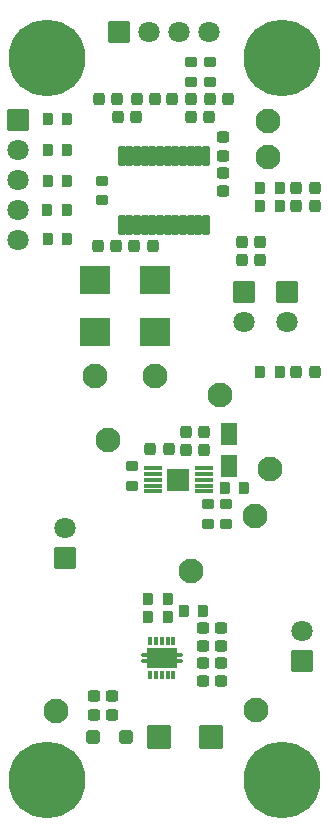
<source format=gbr>
%TF.GenerationSoftware,KiCad,Pcbnew,9.0.7+1*%
%TF.CreationDate,Date%
%TF.ProjectId,Cellule_de_force_V2,43656c6c-756c-4655-9f64-655f666f7263,+ (Unreleased)*%
%TF.SameCoordinates,Original*%
%TF.FileFunction,Soldermask,Top*%
%TF.FilePolarity,Negative*%
%FSLAX46Y46*%
G04 Gerber Fmt 4.6, Leading zero omitted, Abs format (unit mm)*
G04 Created by KiCad*
%MOMM*%
%LPD*%
G01*
G04 APERTURE LIST*
G04 Aperture macros list*
%AMRoundRect*
0 Rectangle with rounded corners*
0 $1 Rounding radius*
0 $2 $3 $4 $5 $6 $7 $8 $9 X,Y pos of 4 corners*
0 Add a 4 corners polygon primitive as box body*
4,1,4,$2,$3,$4,$5,$6,$7,$8,$9,$2,$3,0*
0 Add four circle primitives for the rounded corners*
1,1,$1+$1,$2,$3*
1,1,$1+$1,$4,$5*
1,1,$1+$1,$6,$7*
1,1,$1+$1,$8,$9*
0 Add four rect primitives between the rounded corners*
20,1,$1+$1,$2,$3,$4,$5,0*
20,1,$1+$1,$4,$5,$6,$7,0*
20,1,$1+$1,$6,$7,$8,$9,0*
20,1,$1+$1,$8,$9,$2,$3,0*%
G04 Aperture macros list end*
%ADD10RoundRect,0.250000X0.250000X0.275000X-0.250000X0.275000X-0.250000X-0.275000X0.250000X-0.275000X0*%
%ADD11RoundRect,0.243750X0.243750X0.281250X-0.243750X0.281250X-0.243750X-0.281250X0.243750X-0.281250X0*%
%ADD12C,2.100000*%
%ADD13RoundRect,0.250000X-0.250000X-0.275000X0.250000X-0.275000X0.250000X0.275000X-0.250000X0.275000X0*%
%ADD14C,0.900000*%
%ADD15C,6.500000*%
%ADD16R,1.830000X1.890000*%
%ADD17RoundRect,0.100000X-0.675000X-0.100000X0.675000X-0.100000X0.675000X0.100000X-0.675000X0.100000X0*%
%ADD18RoundRect,0.250000X-0.275000X0.250000X-0.275000X-0.250000X0.275000X-0.250000X0.275000X0.250000X0*%
%ADD19RoundRect,0.050000X0.850000X0.850000X-0.850000X0.850000X-0.850000X-0.850000X0.850000X-0.850000X0*%
%ADD20C,1.800000*%
%ADD21RoundRect,0.225000X-0.225000X-0.300000X0.225000X-0.300000X0.225000X0.300000X-0.225000X0.300000X0*%
%ADD22RoundRect,0.050000X-0.850000X-0.850000X0.850000X-0.850000X0.850000X0.850000X-0.850000X0.850000X0*%
%ADD23RoundRect,0.250000X0.275000X-0.250000X0.275000X0.250000X-0.275000X0.250000X-0.275000X-0.250000X0*%
%ADD24RoundRect,0.225000X0.225000X0.300000X-0.225000X0.300000X-0.225000X-0.300000X0.225000X-0.300000X0*%
%ADD25RoundRect,0.225000X-0.300000X0.225000X-0.300000X-0.225000X0.300000X-0.225000X0.300000X0.225000X0*%
%ADD26RoundRect,0.272727X-0.327273X-0.327273X0.327273X-0.327273X0.327273X0.327273X-0.327273X0.327273X0*%
%ADD27RoundRect,0.050000X1.200000X-1.150000X1.200000X1.150000X-1.200000X1.150000X-1.200000X-1.150000X0*%
%ADD28RoundRect,0.050000X0.650000X0.850000X-0.650000X0.850000X-0.650000X-0.850000X0.650000X-0.850000X0*%
%ADD29RoundRect,0.050000X0.850000X-0.850000X0.850000X0.850000X-0.850000X0.850000X-0.850000X-0.850000X0*%
%ADD30RoundRect,0.050000X-0.120000X-0.300000X0.120000X-0.300000X0.120000X0.300000X-0.120000X0.300000X0*%
%ADD31RoundRect,0.050000X-1.200000X0.825000X-1.200000X-0.825000X1.200000X-0.825000X1.200000X0.825000X0*%
%ADD32RoundRect,0.050000X-0.250000X0.125000X-0.250000X-0.125000X0.250000X-0.125000X0.250000X0.125000X0*%
%ADD33RoundRect,0.225000X0.300000X-0.225000X0.300000X0.225000X-0.300000X0.225000X-0.300000X-0.225000X0*%
%ADD34RoundRect,0.050000X-0.925000X-0.950000X0.925000X-0.950000X0.925000X0.950000X-0.925000X0.950000X0*%
%ADD35RoundRect,0.102000X0.225000X-0.725000X0.225000X0.725000X-0.225000X0.725000X-0.225000X-0.725000X0*%
G04 APERTURE END LIST*
D10*
%TO.C,C15*%
X151940000Y-110460000D03*
X150390000Y-110460000D03*
%TD*%
D11*
%TO.C,D2*%
X161275000Y-91300000D03*
X159700000Y-91300000D03*
%TD*%
D12*
%TO.C,TP17*%
X157500000Y-113600000D03*
%TD*%
D13*
%TO.C,C16*%
X147375000Y-111900000D03*
X148925000Y-111900000D03*
%TD*%
D14*
%TO.C,H4*%
X156100000Y-139900000D03*
X156802944Y-138202944D03*
X156802944Y-141597056D03*
X158500000Y-137500000D03*
D15*
X158500000Y-139900000D03*
D14*
X158500000Y-142300000D03*
X160197056Y-138202944D03*
X160197056Y-141597056D03*
X160900000Y-139900000D03*
%TD*%
D16*
%TO.C,U2*%
X149750000Y-114500000D03*
D17*
X147600000Y-113500000D03*
X147600000Y-114000000D03*
X147600000Y-114500000D03*
X147600000Y-115000000D03*
X147600000Y-115500000D03*
X151900000Y-115500000D03*
X151900000Y-115000000D03*
X151900000Y-114500000D03*
X151900000Y-114000000D03*
X151900000Y-113500000D03*
%TD*%
D18*
%TO.C,C3*%
X153500000Y-85525000D03*
X153500000Y-87075000D03*
%TD*%
D19*
%TO.C,J2*%
X140100000Y-121175000D03*
D20*
X140100000Y-118635000D03*
%TD*%
D10*
%TO.C,C5*%
X146175000Y-83800000D03*
X144625000Y-83800000D03*
%TD*%
D21*
%TO.C,R10*%
X156662500Y-89800000D03*
X158312500Y-89800000D03*
%TD*%
D10*
%TO.C,C13*%
X151940000Y-111970000D03*
X150390000Y-111970000D03*
%TD*%
D22*
%TO.C,J4*%
X158900000Y-98625000D03*
D20*
X158900000Y-101165000D03*
%TD*%
D23*
%TO.C,C22*%
X151825000Y-131575000D03*
X151825000Y-130025000D03*
%TD*%
D10*
%TO.C,C9*%
X144575000Y-82300000D03*
X143025000Y-82300000D03*
%TD*%
D21*
%TO.C,R7*%
X138675000Y-86600000D03*
X140325000Y-86600000D03*
%TD*%
D23*
%TO.C,C19*%
X144100000Y-134400000D03*
X144100000Y-132850000D03*
%TD*%
D24*
%TO.C,R16*%
X158325000Y-105400000D03*
X156675000Y-105400000D03*
%TD*%
D21*
%TO.C,R3*%
X138675000Y-89200000D03*
X140325000Y-89200000D03*
%TD*%
D22*
%TO.C,J3*%
X155300000Y-98600000D03*
D20*
X155300000Y-101140000D03*
%TD*%
D10*
%TO.C,C7*%
X147775000Y-82300000D03*
X146225000Y-82300000D03*
%TD*%
D23*
%TO.C,C4*%
X153500000Y-90075000D03*
X153500000Y-88525000D03*
%TD*%
D18*
%TO.C,C17*%
X151825000Y-127050000D03*
X151825000Y-128600000D03*
%TD*%
D13*
%TO.C,C11*%
X146025000Y-94700000D03*
X147575000Y-94700000D03*
%TD*%
D25*
%TO.C,R1*%
X152400000Y-79175000D03*
X152400000Y-80825000D03*
%TD*%
%TO.C,R8*%
X143300000Y-89175000D03*
X143300000Y-90825000D03*
%TD*%
D10*
%TO.C,C8*%
X150775000Y-82300000D03*
X149225000Y-82300000D03*
%TD*%
D18*
%TO.C,C18*%
X153325000Y-127050000D03*
X153325000Y-128600000D03*
%TD*%
D10*
%TO.C,C6*%
X152375000Y-83800000D03*
X150825000Y-83800000D03*
%TD*%
D21*
%TO.C,R4*%
X138675000Y-84000000D03*
X140325000Y-84000000D03*
%TD*%
D19*
%TO.C,J1*%
X160200000Y-129840000D03*
D20*
X160200000Y-127300000D03*
%TD*%
D25*
%TO.C,R14*%
X145850000Y-113375000D03*
X145850000Y-115025000D03*
%TD*%
D13*
%TO.C,C2*%
X155125000Y-95900000D03*
X156675000Y-95900000D03*
%TD*%
D26*
%TO.C,D3*%
X142525000Y-136300000D03*
X145325000Y-136300000D03*
%TD*%
D23*
%TO.C,C20*%
X142600000Y-134400000D03*
X142600000Y-132850000D03*
%TD*%
D12*
%TO.C,TP15*%
X147800000Y-105700000D03*
%TD*%
D21*
%TO.C,R11*%
X156662500Y-91300000D03*
X158312500Y-91300000D03*
%TD*%
%TO.C,R6*%
X138675000Y-94100000D03*
X140325000Y-94100000D03*
%TD*%
D27*
%TO.C,Y1*%
X142720000Y-102000000D03*
X147800000Y-102000000D03*
X147800000Y-97600000D03*
X142720000Y-97600000D03*
%TD*%
D12*
%TO.C,TP16*%
X143800000Y-111170000D03*
%TD*%
D11*
%TO.C,D1*%
X161287500Y-89790000D03*
X159712500Y-89790000D03*
%TD*%
D10*
%TO.C,C10*%
X153975000Y-82300000D03*
X152425000Y-82300000D03*
%TD*%
D12*
%TO.C,TP20*%
X139400000Y-134100000D03*
%TD*%
D14*
%TO.C,H3*%
X136200000Y-139900000D03*
X136902944Y-138202944D03*
X136902944Y-141597056D03*
X138600000Y-137500000D03*
D15*
X138600000Y-139900000D03*
D14*
X138600000Y-142300000D03*
X140297056Y-138202944D03*
X140297056Y-141597056D03*
X141000000Y-139900000D03*
%TD*%
D25*
%TO.C,R2*%
X150800000Y-79175000D03*
X150800000Y-80825000D03*
%TD*%
D12*
%TO.C,TP14*%
X142700000Y-105700000D03*
%TD*%
D13*
%TO.C,C1*%
X155125000Y-94400000D03*
X156675000Y-94400000D03*
%TD*%
D24*
%TO.C,R9*%
X155305000Y-115170000D03*
X153655000Y-115170000D03*
%TD*%
D12*
%TO.C,TP19*%
X150800000Y-122200000D03*
%TD*%
%TO.C,TP8*%
X153300000Y-107300000D03*
%TD*%
D21*
%TO.C,R5*%
X138650000Y-91700000D03*
X140300000Y-91700000D03*
%TD*%
D24*
%TO.C,R17*%
X148850000Y-124600000D03*
X147200000Y-124600000D03*
%TD*%
D28*
%TO.C,C14*%
X153990000Y-113320000D03*
X153990000Y-110620000D03*
%TD*%
D12*
%TO.C,TP3*%
X157300000Y-84100000D03*
%TD*%
D11*
%TO.C,D4*%
X161287500Y-105400000D03*
X159712500Y-105400000D03*
%TD*%
D29*
%TO.C,J5*%
X144720000Y-76600000D03*
D20*
X147260000Y-76600000D03*
X149800000Y-76600000D03*
X152340000Y-76600000D03*
%TD*%
D12*
%TO.C,TP18*%
X156200000Y-117600000D03*
%TD*%
D22*
%TO.C,J6*%
X136200000Y-84040000D03*
D20*
X136200000Y-86580000D03*
X136200000Y-89120000D03*
X136200000Y-91660000D03*
X136200000Y-94200000D03*
%TD*%
D12*
%TO.C,TP6*%
X156300000Y-134000000D03*
%TD*%
D21*
%TO.C,R15*%
X147200000Y-126100000D03*
X148850000Y-126100000D03*
%TD*%
D30*
%TO.C,IC2*%
X149325000Y-128200000D03*
X148825000Y-128200000D03*
X148325000Y-128200000D03*
X147825000Y-128200000D03*
X147325000Y-128200000D03*
X147325000Y-131000000D03*
X147825000Y-131000000D03*
X148325000Y-131000000D03*
X148825000Y-131000000D03*
X149325000Y-131000000D03*
D31*
X148325000Y-129600000D03*
D32*
X146875000Y-129350000D03*
X146875000Y-129850000D03*
X149775000Y-129850000D03*
X149775000Y-129350000D03*
%TD*%
D23*
%TO.C,C21*%
X153325000Y-131575000D03*
X153325000Y-130025000D03*
%TD*%
D33*
%TO.C,R13*%
X153750000Y-118250000D03*
X153750000Y-116600000D03*
%TD*%
D14*
%TO.C,H1*%
X156100000Y-78800000D03*
X156802944Y-77102944D03*
X156802944Y-80497056D03*
X158500000Y-76400000D03*
D15*
X158500000Y-78800000D03*
D14*
X158500000Y-81200000D03*
X160197056Y-77102944D03*
X160197056Y-80497056D03*
X160900000Y-78800000D03*
%TD*%
D24*
%TO.C,R18*%
X151850000Y-125600000D03*
X150200000Y-125600000D03*
%TD*%
D34*
%TO.C,L1*%
X152475000Y-136300000D03*
X148125000Y-136300000D03*
%TD*%
D35*
%TO.C,U1*%
X144925000Y-92900000D03*
X145575000Y-92900000D03*
X146225000Y-92900000D03*
X146875000Y-92900000D03*
X147525000Y-92900000D03*
X148175000Y-92900000D03*
X148825000Y-92900000D03*
X149475000Y-92900000D03*
X150125000Y-92900000D03*
X150775000Y-92900000D03*
X151425000Y-92900000D03*
X152075000Y-92900000D03*
X152075000Y-87100000D03*
X151425000Y-87100000D03*
X150775000Y-87100000D03*
X150125000Y-87100000D03*
X149475000Y-87100000D03*
X148825000Y-87100000D03*
X148175000Y-87100000D03*
X147525000Y-87100000D03*
X146875000Y-87100000D03*
X146225000Y-87100000D03*
X145575000Y-87100000D03*
X144925000Y-87100000D03*
%TD*%
D12*
%TO.C,TP4*%
X157300000Y-87200000D03*
%TD*%
D14*
%TO.C,H2*%
X136200000Y-78800000D03*
X136902944Y-77102944D03*
X136902944Y-80497056D03*
X138600000Y-76400000D03*
D15*
X138600000Y-78800000D03*
D14*
X138600000Y-81200000D03*
X140297056Y-77102944D03*
X140297056Y-80497056D03*
X141000000Y-78800000D03*
%TD*%
D25*
%TO.C,R12*%
X152250000Y-116575000D03*
X152250000Y-118225000D03*
%TD*%
D10*
%TO.C,C12*%
X144475000Y-94700000D03*
X142925000Y-94700000D03*
%TD*%
M02*

</source>
